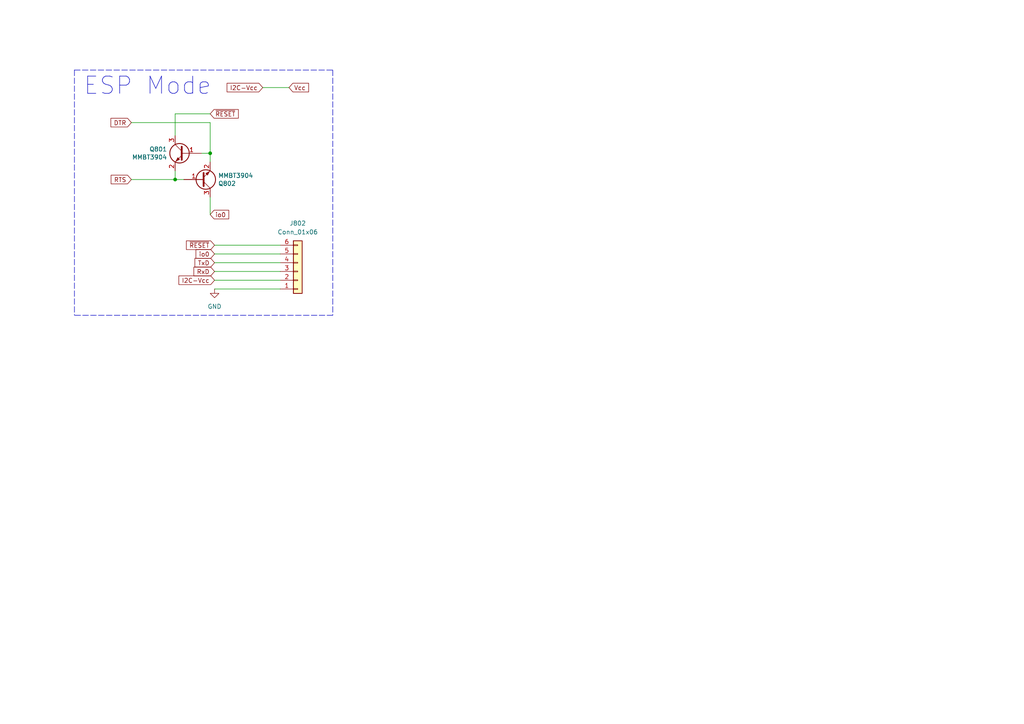
<source format=kicad_sch>
(kicad_sch (version 20211123) (generator eeschema)
  (paper "A4")
  (lib_symbols
    (symbol "Connector_Generic:Conn_01x06" (pin_names (offset 1.016) hide)
      (property "Reference" "J" (at 0 7.62 0))
      (property "Value" "Conn_01x06" (at 0 -10.16 0))
      (symbol "Conn_01x06_1_1"
        (rectangle (start -1.27 -7.493) (end 0 -7.747) (stroke (width 0.1524)))
        (rectangle (start -1.27 -4.953) (end 0 -5.207) (stroke (width 0.1524)))
        (rectangle (start -1.27 -2.413) (end 0 -2.667) (stroke (width 0.1524)))
        (rectangle (start -1.27 0.127) (end 0 -0.127) (stroke (width 0.1524)))
        (rectangle (start -1.27 2.667) (end 0 2.413) (stroke (width 0.1524)))
        (rectangle (start -1.27 5.207) (end 0 4.953) (stroke (width 0.1524)))
        (rectangle (start -1.27 6.35) (end 1.27 -8.89) (stroke (width 0.254)) (fill (type background)))
        (pin passive line (at -5.08 5.08 0) (length 3.81) (name "Pin_1") (number "1"))
        (pin passive line (at -5.08 2.54 0) (length 3.81) (name "Pin_2") (number "2"))
        (pin passive line (at -5.08 0 0) (length 3.81) (name "Pin_3") (number "3"))
        (pin passive line (at -5.08 -2.54 0) (length 3.81) (name "Pin_4") (number "4"))
        (pin passive line (at -5.08 -5.08 0) (length 3.81) (name "Pin_5") (number "5"))
        (pin passive line (at -5.08 -7.62 0) (length 3.81) (name "Pin_6") (number "6"))
      )
    )
    (symbol "Transistor_BJT:MMBT3904" (pin_names (offset 0) hide)
      (property "Reference" "Q" (at 5.08 1.905 0))
      (property "Value" "MMBT3904" (at 5.08 0 0))
      (symbol "MMBT3904_0_1"
        (polyline (pts (xy 0.635 0.635) (xy 2.54 2.54)))
        (polyline (pts (xy 0.635 -0.635) (xy 2.54 -2.54) (xy 2.54 -2.54)))
        (polyline (pts (xy 0.635 1.905) (xy 0.635 -1.905) (xy 0.635 -1.905)) (stroke (width 0.508)))
        (polyline (pts (xy 1.27 -1.778) (xy 1.778 -1.27) (xy 2.286 -2.286) (xy 1.27 -1.778) (xy 1.27 -1.778)) (fill (type outline)))
        (circle (center 1.27 0) (radius 2.8194) (stroke (width 0.254)))
      )
      (symbol "MMBT3904_1_1"
        (pin input line (at -5.08 0 0) (length 5.715) (name "B") (number "1"))
        (pin passive line (at 2.54 -5.08 90) (length 2.54) (name "E") (number "2"))
        (pin passive line (at 2.54 5.08 270) (length 2.54) (name "C") (number "3"))
      )
    )
    (symbol "power:GND" (power) (pin_names (offset 0))
      (property "Value" "GND" (at 0 -3.81 0))
      (symbol "GND_0_1"
        (polyline (pts (xy 0 0) (xy 0 -1.27) (xy 1.27 -1.27) (xy 0 -2.54) (xy -1.27 -1.27) (xy 0 -1.27)))
      )
      (symbol "GND_1_1"
        (pin power_in line (at 0 0 270) (length 0) hide (name "GND") (number "1"))
      )
    )
  )
  (junction (at 50.8 52.07))
  (junction (at 60.96 44.45))
  (wire (pts (xy 62.23 78.74) (xy 81.28 78.74)))
  (wire (pts (xy 60.96 44.45) (xy 60.96 46.99)))
  (wire (pts (xy 62.23 83.82) (xy 81.28 83.82)))
  (wire (pts (xy 58.42 44.45) (xy 60.96 44.45)))
  (polyline (pts (xy 21.59 20.32) (xy 96.52 20.32)))
  (wire (pts (xy 38.1 52.07) (xy 50.8 52.07)))
  (wire (pts (xy 53.34 52.07) (xy 50.8 52.07)))
  (wire (pts (xy 60.96 62.23) (xy 60.96 57.15)))
  (polyline (pts (xy 21.59 20.32) (xy 21.59 91.44)))
  (wire (pts (xy 50.8 33.02) (xy 50.8 39.37)))
  (wire (pts (xy 62.23 71.12) (xy 81.28 71.12)))
  (wire (pts (xy 62.23 81.28) (xy 81.28 81.28)))
  (polyline (pts (xy 96.52 91.44) (xy 21.59 91.44)))
  (wire (pts (xy 62.23 73.66) (xy 81.28 73.66)))
  (wire (pts (xy 60.96 35.56) (xy 60.96 44.45)))
  (polyline (pts (xy 96.52 20.32) (xy 96.52 91.44)))
  (wire (pts (xy 50.8 52.07) (xy 50.8 49.53)))
  (wire (pts (xy 76.2 25.4) (xy 83.82 25.4)))
  (wire (pts (xy 38.1 35.56) (xy 60.96 35.56)))
  (wire (pts (xy 60.96 33.02) (xy 50.8 33.02)))
  (wire (pts (xy 62.23 76.2) (xy 81.28 76.2)))
  (text "ESP Mode" (at 24.13 27.94 0) (effects (font (size 5 5)) (justify left bottom)))
  (global_label "io0" (shape input) (at 62.23 73.66 180) (property "Intersheet References" "${INTERSHEET_REFS}" (effects hide)))
  (global_label "DTR" (shape input) (at 38.1 35.56 180) (property "Intersheet References" "${INTERSHEET_REFS}" (effects hide)))
  (global_label "RxD" (shape input) (at 62.23 78.74 180) (property "Intersheet References" "${INTERSHEET_REFS}" (effects hide)))
  (global_label "~{RESET}" (shape input) (at 62.23 71.12 180) (property "Intersheet References" "${INTERSHEET_REFS}" (effects hide)))
  (global_label "~{RESET}" (shape input) (at 60.96 33.02 0) (property "Intersheet References" "${INTERSHEET_REFS}" (effects hide)))
  (global_label "Vcc" (shape input) (at 83.82 25.4 0) (property "Intersheet References" "${INTERSHEET_REFS}" (effects hide)))
  (global_label "TxD" (shape input) (at 62.23 76.2 180) (property "Intersheet References" "${INTERSHEET_REFS}" (effects hide)))
  (global_label "I2C-Vcc" (shape input) (at 76.2 25.4 180) (property "Intersheet References" "${INTERSHEET_REFS}" (effects hide)))
  (global_label "io0" (shape input) (at 60.96 62.23 0) (property "Intersheet References" "${INTERSHEET_REFS}" (effects hide)))
  (global_label "RTS" (shape input) (at 38.1 52.07 180) (property "Intersheet References" "${INTERSHEET_REFS}" (effects hide)))
  (global_label "I2C-Vcc" (shape input) (at 62.23 81.28 180) (property "Intersheet References" "${INTERSHEET_REFS}" (effects hide)))
  (symbol (lib_id "power:GND") (at 62.23 83.82 0) (unit 1)
    (property "Reference" "#PWR0802" (effects hide))
    (property "Value" "GND" (at 62.23 88.9 0))
  )
  (symbol (lib_id "Connector_Generic:Conn_01x06") (at 86.36 78.74 0) (mirror x) (unit 1)
    (property "Reference" "J802" (at 86.36 64.77 0))
    (property "Value" "Conn_01x06" (at 86.36 67.31 0))
    (property "Footprint" "tinker:PinHeader_1x06_P2.54mm_Horizontal" (effects hide))
  )
  (symbol (lib_id "Transistor_BJT:MMBT3904") (at 58.42 52.07 0) (mirror x) (unit 1)
    (property "Reference" "Q802" (at 63.2714 53.2384 0) (effects (justify left)))
    (property "Value" "MMBT3904" (at 63.2714 50.927 0) (effects (justify left)))
    (property "Footprint" "Package_TO_SOT_SMD:SOT-23_Handsoldering" (effects hide))
    (property "Datasheet" "https://www.fairchildsemi.com/datasheets/2N/2N3904.pdf" (effects hide))
  )
  (symbol (lib_id "Transistor_BJT:MMBT3904") (at 53.34 44.45 0) (mirror y) (unit 1)
    (property "Reference" "Q801" (at 48.4886 43.2816 0) (effects (justify left)))
    (property "Value" "MMBT3904" (at 48.4886 45.593 0) (effects (justify left)))
    (property "Footprint" "Package_TO_SOT_SMD:SOT-23_Handsoldering" (effects hide))
    (property "Datasheet" "https://www.fairchildsemi.com/datasheets/2N/2N3904.pdf" (effects hide))
  )
)
</source>
